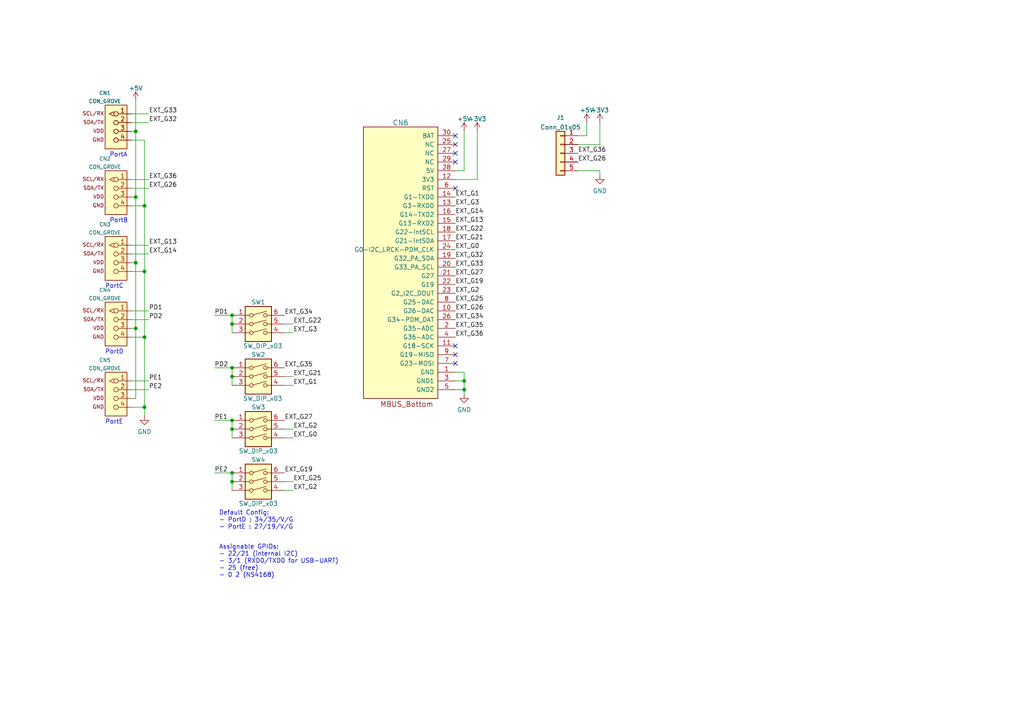
<source format=kicad_sch>
(kicad_sch (version 20211123) (generator eeschema)
  (paper "A4")
  (lib_symbols
    (symbol "Connector_Generic:Conn_01x05" (pin_names (offset 1.016) hide)
      (property "Reference" "J" (at 0 7.62 0))
      (property "Value" "Conn_01x05" (at 0 -7.62 0))
      (symbol "Conn_01x05_1_1"
        (rectangle (start -1.27 -4.953) (end 0 -5.207) (stroke (width 0.1524)))
        (rectangle (start -1.27 -2.413) (end 0 -2.667) (stroke (width 0.1524)))
        (rectangle (start -1.27 0.127) (end 0 -0.127) (stroke (width 0.1524)))
        (rectangle (start -1.27 2.667) (end 0 2.413) (stroke (width 0.1524)))
        (rectangle (start -1.27 5.207) (end 0 4.953) (stroke (width 0.1524)))
        (rectangle (start -1.27 6.35) (end 1.27 -6.35) (stroke (width 0.254)) (fill (type background)))
        (pin passive line (at -5.08 5.08 0) (length 3.81) (name "Pin_1") (number "1"))
        (pin passive line (at -5.08 2.54 0) (length 3.81) (name "Pin_2") (number "2"))
        (pin passive line (at -5.08 0 0) (length 3.81) (name "Pin_3") (number "3"))
        (pin passive line (at -5.08 -2.54 0) (length 3.81) (name "Pin_4") (number "4"))
        (pin passive line (at -5.08 -5.08 0) (length 3.81) (name "Pin_5") (number "5"))
      )
    )
    (symbol "Switch:SW_DIP_x03" (pin_names (offset 0) hide)
      (property "Reference" "SW" (at 0 8.89 0))
      (property "Value" "SW_DIP_x03" (at 0 -3.81 0))
      (symbol "SW_DIP_x03_0_0"
        (circle (center -2.032 0) (radius 0.508))
        (circle (center -2.032 2.54) (radius 0.508))
        (circle (center -2.032 5.08) (radius 0.508))
        (polyline (pts (xy -1.524 0.127) (xy 2.3622 1.1684)))
        (polyline (pts (xy -1.524 2.667) (xy 2.3622 3.7084)))
        (polyline (pts (xy -1.524 5.207) (xy 2.3622 6.2484)))
        (circle (center 2.032 0) (radius 0.508))
        (circle (center 2.032 2.54) (radius 0.508))
        (circle (center 2.032 5.08) (radius 0.508))
      )
      (symbol "SW_DIP_x03_0_1"
        (rectangle (start -3.81 7.62) (end 3.81 -2.54) (stroke (width 0.254)) (fill (type background)))
      )
      (symbol "SW_DIP_x03_1_1"
        (pin passive line (at -7.62 5.08 0) (length 5.08) (name "~") (number "1"))
        (pin passive line (at -7.62 2.54 0) (length 5.08) (name "~") (number "2"))
        (pin passive line (at -7.62 0 0) (length 5.08) (name "~") (number "3"))
        (pin passive line (at 7.62 0 180) (length 5.08) (name "~") (number "4"))
        (pin passive line (at 7.62 2.54 180) (length 5.08) (name "~") (number "5"))
        (pin passive line (at 7.62 5.08 180) (length 5.08) (name "~") (number "6"))
      )
    )
    (symbol "akita:CON_GROVE" (pin_names (offset 1.016))
      (property "Reference" "CN" (at 0 3.81 0))
      (property "Value" "CON_GROVE" (at 3.81 -5.08 90))
      (symbol "CON_GROVE_1_0"
        (text "GND" (at 5.334 -5.588 0) (effects (font (size 1.0668 1.0668)) (justify left bottom)))
        (text "SCL/RX" (at 5.334 2.032 0) (effects (font (size 1.0668 1.0668)) (justify left bottom)))
        (text "SDA/TX" (at 5.334 -0.508 0) (effects (font (size 1.0668 1.0668)) (justify left bottom)))
        (text "VDD" (at 5.334 -3.048 0) (effects (font (size 1.0668 1.0668)) (justify left bottom)))
        (pin bidirectional inverted_clock (at -2.54 2.54 0) (length 5.08) (name "1") (number "1"))
        (pin bidirectional inverted (at -2.54 0 0) (length 5.08) (name "2") (number "2"))
        (pin bidirectional inverted (at -2.54 -2.54 0) (length 5.08) (name "3") (number "3"))
        (pin bidirectional inverted (at -2.54 -5.08 0) (length 5.08) (name "4") (number "4"))
      )
      (symbol "CON_GROVE_1_1"
        (rectangle (start -1.27 5.08) (end 5.08 -7.62) (stroke (width 0.2032)) (fill (type background)))
      )
    )
    (symbol "akita:CON_MBUS_bottom_Core2" (pin_names (offset 1.016))
      (property "Reference" "CN" (at -11.43 35.56 0))
      (symbol "CON_MBUS_bottom_Core2_1_0"
        (rectangle (start -11.43 35.56) (end 10.16 -43.18) (stroke (width 0.2032)) (fill (type background)))
        (text "MBUS_Bottom" (at -10.16 -45.72 0) (effects (font (size 1.4986 1.4986)) (justify left bottom)))
        (pin bidirectional line (at -16.51 -35.56 0) (length 5.08) (name "GND") (number "1"))
        (pin bidirectional line (at -16.51 -17.78 0) (length 5.08) (name "G26-DAC") (number "10"))
        (pin bidirectional line (at -16.51 -27.94 0) (length 5.08) (name "G18-SCK") (number "11"))
        (pin bidirectional line (at -16.51 20.32 0) (length 5.08) (name "3V3") (number "12"))
        (pin bidirectional line (at -16.51 12.7 0) (length 5.08) (name "G3-RXD0") (number "13"))
        (pin bidirectional line (at -16.51 15.24 0) (length 5.08) (name "G1-TXD0") (number "14"))
        (pin bidirectional line (at -16.51 7.62 0) (length 5.08) (name "G13-RXD2") (number "15"))
        (pin bidirectional line (at -16.51 10.16 0) (length 5.08) (name "G14-TXD2") (number "16"))
        (pin bidirectional line (at -16.51 2.54 0) (length 5.08) (name "G21-intSDA") (number "17"))
        (pin bidirectional line (at -16.51 5.08 0) (length 5.08) (name "G22-intSCL") (number "18"))
        (pin bidirectional line (at -16.51 -2.54 0) (length 5.08) (name "G32_PA_SDA") (number "19"))
        (pin bidirectional line (at -16.51 -22.86 0) (length 5.08) (name "G35-ADC") (number "2"))
        (pin bidirectional line (at -16.51 -5.08 0) (length 5.08) (name "G33_PA_SCL") (number "20"))
        (pin bidirectional line (at -16.51 -7.62 0) (length 5.08) (name "G27") (number "21"))
        (pin bidirectional line (at -16.51 -10.16 0) (length 5.08) (name "G19") (number "22"))
        (pin bidirectional line (at -16.51 -12.7 0) (length 5.08) (name "G2_I2C_DOUT") (number "23"))
        (pin bidirectional line (at -16.51 0 0) (length 5.08) (name "G0-I2C_LRCK-PDM_CLK") (number "24"))
        (pin bidirectional line (at -16.51 30.48 0) (length 5.08) (name "NC") (number "25"))
        (pin bidirectional line (at -16.51 -20.32 0) (length 5.08) (name "G34-PDM_DAT") (number "26"))
        (pin bidirectional line (at -16.51 27.94 0) (length 5.08) (name "NC") (number "27"))
        (pin bidirectional line (at -16.51 22.86 0) (length 5.08) (name "5V") (number "28"))
        (pin bidirectional line (at -16.51 25.4 0) (length 5.08) (name "NC") (number "29"))
        (pin bidirectional line (at -16.51 -38.1 0) (length 5.08) (name "GND1") (number "3"))
        (pin bidirectional line (at -16.51 33.02 0) (length 5.08) (name "BAT") (number "30"))
        (pin bidirectional line (at -16.51 -25.4 0) (length 5.08) (name "G36-ADC") (number "4"))
        (pin bidirectional line (at -16.51 -40.64 0) (length 5.08) (name "GND2") (number "5"))
        (pin bidirectional line (at -16.51 17.78 0) (length 5.08) (name "RST") (number "6"))
        (pin bidirectional line (at -16.51 -33.02 0) (length 5.08) (name "G23-MOSI") (number "7"))
        (pin bidirectional line (at -16.51 -15.24 0) (length 5.08) (name "G25-DAC") (number "8"))
        (pin bidirectional line (at -16.51 -30.48 0) (length 5.08) (name "G19-MISO") (number "9"))
      )
    )
    (symbol "power:+3V3" (power) (pin_names (offset 0))
      (property "Value" "+3V3" (at 0 3.556 0))
      (symbol "+3V3_0_1"
        (polyline (pts (xy -0.762 1.27) (xy 0 2.54)))
        (polyline (pts (xy 0 0) (xy 0 2.54)))
        (polyline (pts (xy 0 2.54) (xy 0.762 1.27)))
      )
      (symbol "+3V3_1_1"
        (pin power_in line (at 0 0 90) (length 0) hide (name "+3V3") (number "1"))
      )
    )
    (symbol "power:+5V" (power) (pin_names (offset 0))
      (property "Value" "+5V" (at 0 3.556 0))
      (symbol "+5V_0_1"
        (polyline (pts (xy -0.762 1.27) (xy 0 2.54)))
        (polyline (pts (xy 0 0) (xy 0 2.54)))
        (polyline (pts (xy 0 2.54) (xy 0.762 1.27)))
      )
      (symbol "+5V_1_1"
        (pin power_in line (at 0 0 90) (length 0) hide (name "+5V") (number "1"))
      )
    )
    (symbol "power:GND" (power) (pin_names (offset 0))
      (property "Value" "GND" (at 0 -3.81 0))
      (symbol "GND_0_1"
        (polyline (pts (xy 0 0) (xy 0 -1.27) (xy 1.27 -1.27) (xy 0 -2.54) (xy -1.27 -1.27) (xy 0 -1.27)))
      )
      (symbol "GND_1_1"
        (pin power_in line (at 0 0 270) (length 0) hide (name "GND") (number "1"))
      )
    )
  )
  (junction (at 39.37 38.1))
  (junction (at 39.37 57.15))
  (junction (at 67.31 93.98))
  (junction (at 67.31 91.44))
  (junction (at 134.62 113.03))
  (junction (at 67.31 109.22))
  (junction (at 67.31 137.16))
  (junction (at 67.31 124.46))
  (junction (at 67.31 139.7))
  (junction (at 134.62 110.49))
  (junction (at 41.91 118.11))
  (junction (at 67.31 121.92))
  (junction (at 39.37 76.2))
  (junction (at 39.37 95.25))
  (junction (at 41.91 59.69))
  (junction (at 41.91 78.74))
  (junction (at 41.91 97.79))
  (junction (at 67.31 106.68))
  (no_connect (at 132.08 44.45))
  (no_connect (at 132.08 102.87))
  (no_connect (at 132.08 39.37))
  (no_connect (at 132.08 46.99))
  (no_connect (at 132.08 41.91))
  (no_connect (at 132.08 105.41))
  (no_connect (at 132.08 54.61))
  (no_connect (at 132.08 100.33))
  (wire (pts (xy 67.31 106.68) (xy 67.31 109.22)))
  (wire (pts (xy 173.99 49.53) (xy 173.99 50.8)))
  (wire (pts (xy 134.62 107.95) (xy 134.62 110.49)))
  (wire (pts (xy 39.37 76.2) (xy 39.37 95.25)))
  (wire (pts (xy 62.23 91.44) (xy 67.31 91.44)))
  (wire (pts (xy 82.55 124.46) (xy 85.09 124.46)))
  (wire (pts (xy 132.08 107.95) (xy 134.62 107.95)))
  (wire (pts (xy 67.31 121.92) (xy 67.31 124.46)))
  (wire (pts (xy 41.91 40.64) (xy 41.91 59.69)))
  (wire (pts (xy 67.31 109.22) (xy 67.31 111.76)))
  (wire (pts (xy 38.1 40.64) (xy 41.91 40.64)))
  (wire (pts (xy 39.37 57.15) (xy 39.37 76.2)))
  (wire (pts (xy 138.43 52.07) (xy 138.43 38.1)))
  (wire (pts (xy 39.37 29.21) (xy 39.37 38.1)))
  (wire (pts (xy 38.1 33.02) (xy 43.18 33.02)))
  (wire (pts (xy 38.1 76.2) (xy 39.37 76.2)))
  (wire (pts (xy 38.1 52.07) (xy 43.18 52.07)))
  (wire (pts (xy 134.62 113.03) (xy 134.62 114.3)))
  (wire (pts (xy 134.62 110.49) (xy 134.62 113.03)))
  (wire (pts (xy 38.1 78.74) (xy 41.91 78.74)))
  (wire (pts (xy 38.1 71.12) (xy 43.18 71.12)))
  (wire (pts (xy 41.91 118.11) (xy 41.91 120.65)))
  (wire (pts (xy 67.31 91.44) (xy 67.31 93.98)))
  (wire (pts (xy 82.55 109.22) (xy 85.09 109.22)))
  (wire (pts (xy 38.1 54.61) (xy 43.18 54.61)))
  (wire (pts (xy 173.99 41.91) (xy 173.99 35.56)))
  (wire (pts (xy 62.23 121.92) (xy 67.31 121.92)))
  (wire (pts (xy 132.08 49.53) (xy 134.62 49.53)))
  (wire (pts (xy 39.37 38.1) (xy 39.37 57.15)))
  (wire (pts (xy 82.55 142.24) (xy 85.09 142.24)))
  (wire (pts (xy 38.1 97.79) (xy 41.91 97.79)))
  (wire (pts (xy 62.23 137.16) (xy 67.31 137.16)))
  (wire (pts (xy 38.1 38.1) (xy 39.37 38.1)))
  (wire (pts (xy 38.1 90.17) (xy 43.18 90.17)))
  (wire (pts (xy 62.23 106.68) (xy 67.31 106.68)))
  (wire (pts (xy 167.64 41.91) (xy 173.99 41.91)))
  (wire (pts (xy 41.91 78.74) (xy 41.91 97.79)))
  (wire (pts (xy 132.08 110.49) (xy 134.62 110.49)))
  (wire (pts (xy 82.55 139.7) (xy 85.09 139.7)))
  (wire (pts (xy 38.1 35.56) (xy 43.18 35.56)))
  (wire (pts (xy 38.1 92.71) (xy 43.18 92.71)))
  (wire (pts (xy 167.64 49.53) (xy 173.99 49.53)))
  (wire (pts (xy 38.1 113.03) (xy 43.18 113.03)))
  (wire (pts (xy 39.37 95.25) (xy 39.37 115.57)))
  (wire (pts (xy 170.18 39.37) (xy 170.18 35.56)))
  (wire (pts (xy 38.1 118.11) (xy 41.91 118.11)))
  (wire (pts (xy 82.55 127) (xy 85.09 127)))
  (wire (pts (xy 38.1 110.49) (xy 43.18 110.49)))
  (wire (pts (xy 38.1 57.15) (xy 39.37 57.15)))
  (wire (pts (xy 67.31 124.46) (xy 67.31 127)))
  (wire (pts (xy 67.31 93.98) (xy 67.31 96.52)))
  (wire (pts (xy 132.08 113.03) (xy 134.62 113.03)))
  (wire (pts (xy 38.1 59.69) (xy 41.91 59.69)))
  (wire (pts (xy 67.31 137.16) (xy 67.31 139.7)))
  (wire (pts (xy 132.08 52.07) (xy 138.43 52.07)))
  (wire (pts (xy 82.55 93.98) (xy 85.09 93.98)))
  (wire (pts (xy 82.55 96.52) (xy 85.09 96.52)))
  (wire (pts (xy 134.62 38.1) (xy 134.62 49.53)))
  (wire (pts (xy 41.91 59.69) (xy 41.91 78.74)))
  (wire (pts (xy 67.31 139.7) (xy 67.31 142.24)))
  (wire (pts (xy 39.37 95.25) (xy 38.1 95.25)))
  (wire (pts (xy 41.91 97.79) (xy 41.91 118.11)))
  (wire (pts (xy 38.1 73.66) (xy 43.18 73.66)))
  (wire (pts (xy 82.55 111.76) (xy 85.09 111.76)))
  (wire (pts (xy 39.37 115.57) (xy 38.1 115.57)))
  (wire (pts (xy 167.64 39.37) (xy 170.18 39.37)))
  (text "PortB" (at 31.75 64.77 0) (effects (font (size 1.27 1.27)) (justify left bottom)))
  (text "PortE" (at 30.48 123.19 0) (effects (font (size 1.27 1.27)) (justify left bottom)))
  (text "Assignable GPIOs:\n- 22/21 (internal I2C)\n- 3/1 (RXD0/TXD0 for USB-UART)\n- 25 (free)\n- 0 2 (NS4168)" (at 63.5 167.64 0) (effects (font (size 1.27 1.27)) (justify left bottom)))
  (text "Default Config:\n- PortD : 34/35/V/G\n- PortE : 27/19/V/G" (at 63.5 153.67 0) (effects (font (size 1.27 1.27)) (justify left bottom)))
  (text "PortA" (at 31.75 45.72 0) (effects (font (size 1.27 1.27)) (justify left bottom)))
  (text "PortD" (at 30.48 102.87 0) (effects (font (size 1.27 1.27)) (justify left bottom)))
  (text "PortC" (at 30.48 83.82 0) (effects (font (size 1.27 1.27)) (justify left bottom)))
  (label "PE1" (at 62.23 121.92 0))
  (label "EXT_G1" (at 132.08 57.15 0))
  (label "EXT_G1" (at 85.09 111.76 0))
  (label "EXT_G25" (at 85.09 139.7 0))
  (label "EXT_G36" (at 43.18 52.07 0))
  (label "EXT_G22" (at 85.09 93.98 0))
  (label "EXT_G33" (at 132.08 77.47 0))
  (label "EXT_G25" (at 132.08 87.63 0))
  (label "EXT_G27" (at 132.08 80.01 0))
  (label "EXT_G26" (at 43.18 54.61 0))
  (label "EXT_G32" (at 43.18 35.56 0))
  (label "EXT_G13" (at 132.08 64.77 0))
  (label "EXT_G36" (at 167.64 44.45 0))
  (label "EXT_G36" (at 132.08 97.79 0))
  (label "EXT_G33" (at 43.18 33.02 0))
  (label "EXT_G26" (at 132.08 90.17 0))
  (label "EXT_G21" (at 132.08 69.85 0))
  (label "PE2" (at 62.23 137.16 0))
  (label "EXT_G21" (at 85.09 109.22 0))
  (label "EXT_G3" (at 85.09 96.52 0))
  (label "EXT_G27" (at 82.55 121.92 0))
  (label "PE1" (at 43.18 110.49 0))
  (label "EXT_G3" (at 132.08 59.69 0))
  (label "PD2" (at 62.23 106.68 0))
  (label "EXT_G34" (at 132.08 92.71 0))
  (label "EXT_G19" (at 82.55 137.16 0))
  (label "EXT_G0" (at 132.08 72.39 0))
  (label "PD2" (at 43.18 92.71 0))
  (label "EXT_G14" (at 43.18 73.66 0))
  (label "EXT_G13" (at 43.18 71.12 0))
  (label "PE2" (at 43.18 113.03 0))
  (label "PD1" (at 62.23 91.44 0))
  (label "EXT_G34" (at 82.55 91.44 0))
  (label "EXT_G35" (at 82.55 106.68 0))
  (label "EXT_G22" (at 132.08 67.31 0))
  (label "EXT_G26" (at 167.64 46.99 0))
  (label "EXT_G32" (at 132.08 74.93 0))
  (label "EXT_G35" (at 132.08 95.25 0))
  (label "EXT_G19" (at 132.08 82.55 0))
  (label "EXT_G2" (at 85.09 142.24 0))
  (label "EXT_G14" (at 132.08 62.23 0))
  (label "EXT_G2" (at 132.08 85.09 0))
  (label "PD1" (at 43.18 90.17 0))
  (label "EXT_G0" (at 85.09 127 0))
  (label "EXT_G2" (at 85.09 124.46 0))
  (symbol (lib_id "power:GND") (at 134.62 114.3 0) (unit 1)
    (property "Reference" "#PWR04" (effects hide))
    (property "Value" "GND" (at 134.62 118.8625 0))
  )
  (symbol (lib_id "power:+3V3") (at 173.99 35.56 0) (unit 1)
    (property "Reference" "#PWR07" (effects hide))
    (property "Value" "+3V3" (at 173.99 31.9555 0))
  )
  (symbol (lib_id "akita:CON_GROVE") (at 35.56 113.03 0) (mirror y) (unit 1)
    (property "Reference" "CN5" (at 30.4387 104.4606 0) (effects (font (size 1.0668 1.0668))))
    (property "Value" "CON_GROVE" (at 30.4387 106.8323 0) (effects (font (size 1.0668 1.0668))))
    (property "Footprint" "akita:CON_GROVE_H" (effects hide))
  )
  (symbol (lib_id "power:+3V3") (at 138.43 38.1 0) (unit 1)
    (property "Reference" "#PWR05" (effects hide))
    (property "Value" "+3V3" (at 138.43 34.4955 0))
  )
  (symbol (lib_id "Switch:SW_DIP_x03") (at 74.93 127 0) (unit 1)
    (property "Reference" "SW3" (at 74.93 118.11 0))
    (property "Value" "SW_DIP_x03" (at 74.93 130.81 0))
    (property "Footprint" "akita:SMDIP-6_W9.53mm_narrow" (effects hide))
  )
  (symbol (lib_id "power:+5V") (at 39.37 29.21 0) (unit 1)
    (property "Reference" "#PWR01" (effects hide))
    (property "Value" "+5V" (at 39.37 25.6055 0))
  )
  (symbol (lib_id "akita:CON_GROVE") (at 35.56 35.56 0) (mirror y) (unit 1)
    (property "Reference" "CN1" (at 30.4387 26.9906 0) (effects (font (size 1.0668 1.0668))))
    (property "Value" "CON_GROVE" (at 30.4387 29.3623 0) (effects (font (size 1.0668 1.0668))))
    (property "Footprint" "akita:CON_GROVE_H" (effects hide))
  )
  (symbol (lib_id "Switch:SW_DIP_x03") (at 74.93 142.24 0) (unit 1)
    (property "Reference" "SW4" (at 74.93 133.35 0))
    (property "Value" "SW_DIP_x03" (at 74.93 146.05 0))
    (property "Footprint" "akita:SMDIP-6_W9.53mm_narrow" (effects hide))
  )
  (symbol (lib_id "power:+5V") (at 170.18 35.56 0) (unit 1)
    (property "Reference" "#PWR06" (effects hide))
    (property "Value" "+5V" (at 170.18 31.9555 0))
  )
  (symbol (lib_id "power:GND") (at 41.91 120.65 0) (unit 1)
    (property "Reference" "#PWR02" (effects hide))
    (property "Value" "GND" (at 41.91 125.2125 0))
  )
  (symbol (lib_id "akita:CON_MBUS_bottom_Core2") (at 115.57 72.39 0) (mirror y) (unit 1)
    (property "Reference" "CN6" (at 116.205 35.6095 0) (effects (font (size 1.4986 1.4986))))
    (property "Value" "CON_MBUS_bottom_Core2" (effects hide))
    (property "Footprint" "akita:M5STACK_BUS_30P" (effects hide))
  )
  (symbol (lib_id "akita:CON_GROVE") (at 35.56 92.71 0) (mirror y) (unit 1)
    (property "Reference" "CN4" (at 30.4387 84.1406 0) (effects (font (size 1.0668 1.0668))))
    (property "Value" "CON_GROVE" (at 30.4387 86.5123 0) (effects (font (size 1.0668 1.0668))))
    (property "Footprint" "akita:CON_GROVE_H" (effects hide))
  )
  (symbol (lib_id "akita:CON_GROVE") (at 35.56 54.61 0) (mirror y) (unit 1)
    (property "Reference" "CN2" (at 30.4387 46.0406 0) (effects (font (size 1.0668 1.0668))))
    (property "Value" "CON_GROVE" (at 30.4387 48.4123 0) (effects (font (size 1.0668 1.0668))))
    (property "Footprint" "akita:CON_GROVE_H" (effects hide))
  )
  (symbol (lib_id "Connector_Generic:Conn_01x05") (at 162.56 44.45 0) (mirror y) (unit 1)
    (property "Reference" "J1" (at 162.56 34.1335 0))
    (property "Value" "Conn_01x05" (at 162.56 36.9086 0))
    (property "Footprint" "Connector_PinHeader_2.54mm:PinHeader_1x05_P2.54mm_Horizontal" (effects hide))
  )
  (symbol (lib_id "akita:CON_GROVE") (at 35.56 73.66 0) (mirror y) (unit 1)
    (property "Reference" "CN3" (at 30.4387 65.0906 0) (effects (font (size 1.0668 1.0668))))
    (property "Value" "CON_GROVE" (at 30.4387 67.4623 0) (effects (font (size 1.0668 1.0668))))
    (property "Footprint" "akita:CON_GROVE_H" (effects hide))
  )
  (symbol (lib_id "Switch:SW_DIP_x03") (at 74.93 111.76 0) (unit 1)
    (property "Reference" "SW2" (at 74.93 102.87 0))
    (property "Value" "SW_DIP_x03" (at 76.2 115.57 0))
    (property "Footprint" "akita:SMDIP-6_W9.53mm_narrow" (effects hide))
  )
  (symbol (lib_id "power:+5V") (at 134.62 38.1 0) (unit 1)
    (property "Reference" "#PWR03" (effects hide))
    (property "Value" "+5V" (at 134.62 34.4955 0))
  )
  (symbol (lib_id "power:GND") (at 173.99 50.8 0) (unit 1)
    (property "Reference" "#PWR08" (effects hide))
    (property "Value" "GND" (at 173.99 55.3625 0))
  )
  (symbol (lib_id "Switch:SW_DIP_x03") (at 74.93 96.52 0) (unit 1)
    (property "Reference" "SW1" (at 74.93 87.63 0))
    (property "Value" "SW_DIP_x03" (at 76.2 100.33 0))
    (property "Footprint" "akita:SMDIP-6_W9.53mm_narrow" (effects hide))
  )
)
</source>
